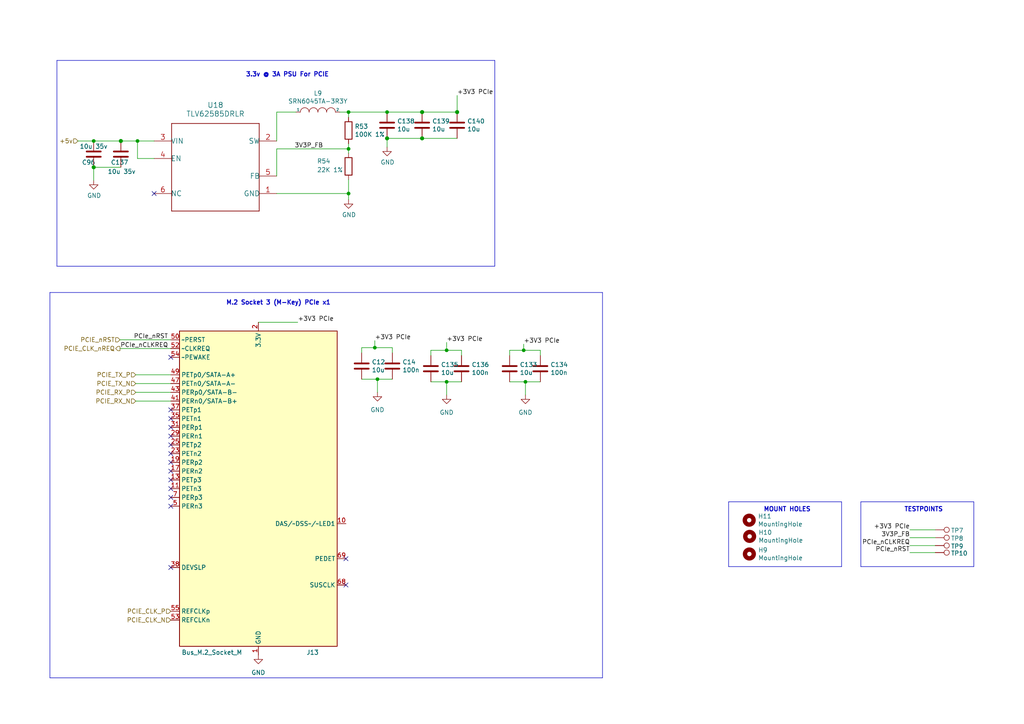
<source format=kicad_sch>
(kicad_sch (version 20230121) (generator eeschema)
  (paper "A4")
  (title_block (title "srvant-board MK1") (date "2021-07-14") (rev "rev-0.1dev"))
  (lib_symbols
    (symbol "Connector:Bus_M.2_Socket_M"
      (property "Reference" "J" (at -22.86 46.99 0))
      (property "Value" "Bus_M.2_Socket_M" (at 16.51 46.99 0))
      (symbol "Bus_M.2_Socket_M_0_1"
        (rectangle (start -22.86 45.72) (end 22.86 -45.72) (stroke (width 0.254)) (fill (type background)))
      )
      (symbol "Bus_M.2_Socket_M_1_1"
        (pin power_in line (at 0 -48.26 90) (length 2.54) (name "GND") (number "1"))
        (pin bidirectional line (at 25.4 -10.16 180) (length 2.54) (name "DAS/~DSS~/~LED1") (number "10"))
        (pin output line (at -25.4 0 0) (length 2.54) (name "PETn3") (number "11"))
        (pin passive line (at 0 48.26 270) (length 2.54) hide (name "3.3V") (number "12"))
        (pin output line (at -25.4 2.54 0) (length 2.54) (name "PETp3") (number "13"))
        (pin passive line (at 0 48.26 270) (length 2.54) hide (name "3.3V") (number "14"))
        (pin passive line (at 0 -48.26 90) (length 2.54) hide (name "GND") (number "15"))
        (pin passive line (at 0 48.26 270) (length 2.54) hide (name "3.3V") (number "16"))
        (pin input line (at -25.4 5.08 0) (length 2.54) (name "PERn2") (number "17"))
        (pin passive line (at 0 48.26 270) (length 2.54) hide (name "3.3V") (number "18"))
        (pin input line (at -25.4 7.62 0) (length 2.54) (name "PERp2") (number "19"))
        (pin power_in line (at 0 48.26 270) (length 2.54) (name "3.3V") (number "2"))
        (pin no_connect line (at 22.86 2.54 180) (length 2.54) hide (name "NC") (number "20"))
        (pin passive line (at 0 -48.26 90) (length 2.54) hide (name "GND") (number "21"))
        (pin no_connect line (at 22.86 5.08 180) (length 2.54) hide (name "NC") (number "22"))
        (pin output line (at -25.4 10.16 0) (length 2.54) (name "PETn2") (number "23"))
        (pin no_connect line (at 22.86 7.62 180) (length 2.54) hide (name "NC") (number "24"))
        (pin output line (at -25.4 12.7 0) (length 2.54) (name "PETp2") (number "25"))
        (pin no_connect line (at 22.86 10.16 180) (length 2.54) hide (name "NC") (number "26"))
        (pin passive line (at 0 -48.26 90) (length 2.54) hide (name "GND") (number "27"))
        (pin no_connect line (at 22.86 12.7 180) (length 2.54) hide (name "NC") (number "28"))
        (pin input line (at -25.4 15.24 0) (length 2.54) (name "PERn1") (number "29"))
        (pin passive line (at 0 -48.26 90) (length 2.54) hide (name "GND") (number "3"))
        (pin no_connect line (at 22.86 15.24 180) (length 2.54) hide (name "NC") (number "30"))
        (pin input line (at -25.4 17.78 0) (length 2.54) (name "PERp1") (number "31"))
        (pin no_connect line (at 22.86 17.78 180) (length 2.54) hide (name "NC") (number "32"))
        (pin passive line (at 0 -48.26 90) (length 2.54) hide (name "GND") (number "33"))
        (pin no_connect line (at 22.86 20.32 180) (length 2.54) hide (name "NC") (number "34"))
        (pin output line (at -25.4 20.32 0) (length 2.54) (name "PETn1") (number "35"))
        (pin no_connect line (at 22.86 22.86 180) (length 2.54) hide (name "NC") (number "36"))
        (pin output line (at -25.4 22.86 0) (length 2.54) (name "PETp1") (number "37"))
        (pin output line (at -25.4 -22.86 0) (length 2.54) (name "DEVSLP") (number "38"))
        (pin passive line (at 0 -48.26 90) (length 2.54) hide (name "GND") (number "39"))
        (pin passive line (at 0 48.26 270) (length 2.54) hide (name "3.3V") (number "4"))
        (pin no_connect line (at 22.86 25.4 180) (length 2.54) hide (name "NC") (number "40"))
        (pin input line (at -25.4 25.4 0) (length 2.54) (name "PERn0/SATA-B+") (number "41"))
        (pin no_connect line (at 22.86 27.94 180) (length 2.54) hide (name "NC") (number "42"))
        (pin input line (at -25.4 27.94 0) (length 2.54) (name "PERp0/SATA-B-") (number "43"))
        (pin no_connect line (at 22.86 30.48 180) (length 2.54) hide (name "NC") (number "44"))
        (pin passive line (at 0 -48.26 90) (length 2.54) hide (name "GND") (number "45"))
        (pin no_connect line (at 22.86 33.02 180) (length 2.54) hide (name "NC") (number "46"))
        (pin output line (at -25.4 30.48 0) (length 2.54) (name "PETn0/SATA-A-") (number "47"))
        (pin no_connect line (at 22.86 35.56 180) (length 2.54) hide (name "NC") (number "48"))
        (pin output line (at -25.4 33.02 0) (length 2.54) (name "PETp0/SATA-A+") (number "49"))
        (pin input line (at -25.4 -5.08 0) (length 2.54) (name "PERn3") (number "5"))
        (pin output line (at -25.4 43.18 0) (length 2.54) (name "~PERST") (number "50"))
        (pin passive line (at 0 -48.26 90) (length 2.54) hide (name "GND") (number "51"))
        (pin bidirectional line (at -25.4 40.64 0) (length 2.54) (name "~CLKREQ") (number "52"))
        (pin output line (at -25.4 -38.1 0) (length 2.54) (name "REFCLKn") (number "53"))
        (pin bidirectional line (at -25.4 38.1 0) (length 2.54) (name "~PEWAKE") (number "54"))
        (pin output line (at -25.4 -35.56 0) (length 2.54) (name "REFCLKp") (number "55"))
        (pin no_connect line (at 22.86 38.1 180) (length 2.54) hide (name "NC") (number "56"))
        (pin passive line (at 0 -48.26 90) (length 2.54) hide (name "GND") (number "57"))
        (pin no_connect line (at 22.86 40.64 180) (length 2.54) hide (name "NC") (number "58"))
        (pin no_connect line (at 22.86 -2.54 180) (length 2.54) hide (name "NC") (number "6"))
        (pin no_connect line (at 22.86 -5.08 180) (length 2.54) hide (name "NC") (number "67"))
        (pin output line (at 25.4 -27.94 180) (length 2.54) (name "SUSCLK") (number "68"))
        (pin passive line (at 25.4 -20.32 180) (length 2.54) (name "PEDET") (number "69"))
        (pin input line (at -25.4 -2.54 0) (length 2.54) (name "PERp3") (number "7"))
        (pin passive line (at 0 48.26 270) (length 2.54) hide (name "3.3V") (number "70"))
        (pin passive line (at 0 -48.26 90) (length 2.54) hide (name "GND") (number "71"))
        (pin passive line (at 0 48.26 270) (length 2.54) hide (name "3.3V") (number "72"))
        (pin passive line (at 0 -48.26 90) (length 2.54) hide (name "GND") (number "73"))
        (pin passive line (at 0 48.26 270) (length 2.54) hide (name "3.3V") (number "74"))
        (pin passive line (at 0 -48.26 90) (length 2.54) hide (name "GND") (number "75"))
        (pin no_connect line (at 22.86 0 180) (length 2.54) hide (name "NC") (number "8"))
        (pin passive line (at 0 -48.26 90) (length 2.54) hide (name "GND") (number "9"))
      )
    )
    (symbol "Connector:TestPoint" (pin_numbers hide) (pin_names (offset 0.762) hide)
      (property "Reference" "TP" (at 0 6.858 0))
      (property "Value" "TestPoint" (at 0 5.08 0))
      (symbol "TestPoint_0_1"
        (circle (center 0 3.302) (radius 0.762))
      )
      (symbol "TestPoint_1_1"
        (pin passive line (at 0 0 90) (length 2.54) (name "1") (number "1"))
      )
    )
    (symbol "Device:C" (pin_numbers hide) (pin_names (offset 0.254))
      (property "Reference" "C" (at 0.635 2.54 0))
      (property "Value" "C" (at 0.635 -2.54 0))
      (symbol "C_0_1"
        (polyline (pts (xy -2.032 -0.762) (xy 2.032 -0.762)) (stroke (width 0.508)))
        (polyline (pts (xy -2.032 0.762) (xy 2.032 0.762)) (stroke (width 0.508)))
      )
      (symbol "C_1_1"
        (pin passive line (at 0 3.81 270) (length 2.794) (name "~") (number "1"))
        (pin passive line (at 0 -3.81 90) (length 2.794) (name "~") (number "2"))
      )
    )
    (symbol "Device:R" (pin_numbers hide) (pin_names (offset 0))
      (property "Reference" "R" (at 2.032 0 90))
      (property "Value" "R" (at 0 0 90))
      (symbol "R_0_1"
        (rectangle (start -1.016 -2.54) (end 1.016 2.54) (stroke (width 0.254)))
      )
      (symbol "R_1_1"
        (pin passive line (at 0 3.81 270) (length 1.27) (name "~") (number "1"))
        (pin passive line (at 0 -3.81 90) (length 1.27) (name "~") (number "2"))
      )
    )
    (symbol "Mechanical:MountingHole"
      (property "Reference" "H" (at 0 5.08 0))
      (property "Value" "MountingHole" (at 0 3.175 0))
      (symbol "MountingHole_0_1"
        (circle (center 0 0) (radius 1.27) (stroke (width 1.27)))
      )
    )
    (symbol "TLV62585DRLR:TLV62585DRLR" (pin_names (offset -0.254))
      (property "Reference" "U" (at 0 2.54 0))
      (property "Value" "TLV62585DRLR" (at 0 0 0))
      (symbol "TLV62585DRLR_1_1"
        (polyline (pts (xy -12.7 -12.7) (xy 12.7 -12.7)) (stroke (width 0.2032)))
        (polyline (pts (xy -12.7 12.7) (xy -12.7 -12.7)) (stroke (width 0.2032)))
        (polyline (pts (xy 12.7 -12.7) (xy 12.7 12.7)) (stroke (width 0.2032)))
        (polyline (pts (xy 12.7 12.7) (xy -12.7 12.7)) (stroke (width 0.2032)))
        (pin power_in line (at 17.78 -7.62 180) (length 5.08) (name "GND") (number "1"))
        (pin power_in line (at 17.78 7.62 180) (length 5.08) (name "SW") (number "2"))
        (pin power_in line (at -17.78 7.62 0) (length 5.08) (name "VIN") (number "3"))
        (pin input line (at -17.78 2.54 0) (length 5.08) (name "EN") (number "4"))
        (pin input line (at 17.78 -2.54 180) (length 5.08) (name "FB") (number "5"))
        (pin unspecified line (at -17.78 -7.62 0) (length 5.08) (name "NC") (number "6"))
      )
    )
    (symbol "power:GND" (power) (pin_names (offset 0))
      (property "Value" "GND" (at 0 -3.81 0))
      (symbol "GND_0_1"
        (polyline (pts (xy 0 0) (xy 0 -1.27) (xy 1.27 -1.27) (xy 0 -2.54) (xy -1.27 -1.27) (xy 0 -1.27)))
      )
      (symbol "GND_1_1"
        (pin power_in line (at 0 0 270) (length 0) hide (name "GND") (number "1"))
      )
    )
    (symbol "pspice:INDUCTOR" (pin_numbers hide) (pin_names (offset 0))
      (property "Reference" "L" (at 0 2.54 0))
      (property "Value" "INDUCTOR" (at 0 -1.27 0))
      (symbol "INDUCTOR_0_1"
        (arc (start -2.54 0) (mid -3.81 1.2645) (end -5.08 0))
        (arc (start 0 0) (mid -1.27 1.2645) (end -2.54 0))
        (arc (start 2.54 0) (mid 1.27 1.2645) (end 0 0))
        (arc (start 5.08 0) (mid 3.81 1.2645) (end 2.54 0))
      )
      (symbol "INDUCTOR_1_1"
        (pin input line (at -6.35 0 0) (length 1.27) (name "1") (number "1"))
        (pin input line (at 6.35 0 180) (length 1.27) (name "2") (number "2"))
      )
    )
  )
  (junction (at 101.092 32.512) (diameter 0.9144))
  (junction (at 151.892 101.6) (diameter 0.9144))
  (junction (at 39.878 40.894) (diameter 0.9144))
  (junction (at 122.428 32.512) (diameter 1.016))
  (junction (at 35.052 40.894) (diameter 1.016))
  (junction (at 101.092 56.134) (diameter 0.9144))
  (junction (at 112.268 32.512) (diameter 0.9144))
  (junction (at 132.588 32.512) (diameter 1.016))
  (junction (at 129.54 101.6) (diameter 0.9144))
  (junction (at 27.178 40.894) (diameter 0.9144))
  (junction (at 101.092 43.18) (diameter 0.9144))
  (junction (at 122.428 40.132) (diameter 1.016))
  (junction (at 109.474 109.982) (diameter 0.9144))
  (junction (at 129.54 110.744) (diameter 0.9144))
  (junction (at 152.4 110.744) (diameter 0.9144))
  (junction (at 112.268 40.132) (diameter 1.016))
  (junction (at 108.712 100.838) (diameter 0.9144))
  (junction (at 27.178 48.514) (diameter 1.016))
  (no_connect (at 44.704 56.134))
  (no_connect (at 49.53 118.872))
  (no_connect (at 49.53 121.412))
  (no_connect (at 49.53 123.952))
  (no_connect (at 49.53 126.492))
  (no_connect (at 49.53 129.032))
  (no_connect (at 49.53 103.632))
  (no_connect (at 49.53 131.572))
  (no_connect (at 49.53 134.112))
  (no_connect (at 49.53 136.652))
  (no_connect (at 49.53 139.192))
  (no_connect (at 49.53 141.732))
  (no_connect (at 49.53 144.272))
  (no_connect (at 49.53 146.812))
  (no_connect (at 49.53 164.592))
  (no_connect (at 100.33 162.052))
  (no_connect (at 100.33 169.672))
  (wire (pts (xy 132.588 40.132) (xy 122.428 40.132)))
  (wire (pts (xy 108.712 98.806) (xy 108.712 100.838)))
  (wire (pts (xy 263.906 153.67) (xy 271.272 153.67)))
  (wire (pts (xy 147.828 110.744) (xy 152.4 110.744)))
  (polyline (pts (xy 244.094 145.542) (xy 244.094 164.338)) (stroke (width 0.1524) (type solid)))
  (wire (pts (xy 101.092 52.07) (xy 101.092 56.134)))
  (wire (pts (xy 156.718 101.6) (xy 156.718 103.124)))
  (wire (pts (xy 147.828 103.124) (xy 147.828 101.6)))
  (polyline (pts (xy 16.51 17.526) (xy 143.51 17.526)) (stroke (width 0) (type solid)))
  (wire (pts (xy 101.092 56.134) (xy 101.092 57.912)))
  (wire (pts (xy 133.858 101.6) (xy 133.858 103.124)))
  (wire (pts (xy 124.968 101.6) (xy 129.54 101.6)))
  (wire (pts (xy 129.54 101.6) (xy 133.858 101.6)))
  (wire (pts (xy 39.878 45.974) (xy 39.878 40.894)))
  (wire (pts (xy 44.704 45.974) (xy 39.878 45.974)))
  (wire (pts (xy 39.37 111.252) (xy 49.53 111.252)))
  (wire (pts (xy 98.552 32.512) (xy 101.092 32.512)))
  (wire (pts (xy 101.092 32.512) (xy 101.092 34.036)))
  (wire (pts (xy 80.264 56.134) (xy 101.092 56.134)))
  (wire (pts (xy 263.906 155.956) (xy 271.272 155.956)))
  (wire (pts (xy 129.54 99.314) (xy 129.54 101.6)))
  (wire (pts (xy 39.37 113.792) (xy 49.53 113.792)))
  (wire (pts (xy 27.178 48.514) (xy 35.052 48.514)))
  (wire (pts (xy 104.902 100.838) (xy 108.712 100.838)))
  (wire (pts (xy 104.902 102.362) (xy 104.902 100.838)))
  (wire (pts (xy 108.712 100.838) (xy 113.792 100.838)))
  (wire (pts (xy 80.264 43.18) (xy 101.092 43.18)))
  (wire (pts (xy 80.264 51.054) (xy 80.264 43.18)))
  (wire (pts (xy 129.54 110.744) (xy 133.858 110.744)))
  (polyline (pts (xy 14.478 84.836) (xy 14.478 196.596)) (stroke (width 0.1524) (type solid)))
  (polyline (pts (xy 14.478 84.836) (xy 174.752 84.836)) (stroke (width 0.1524) (type solid)))
  (polyline (pts (xy 14.478 196.596) (xy 174.752 196.596)) (stroke (width 0.1524) (type solid)))
  (polyline (pts (xy 174.752 196.596) (xy 174.752 84.836)) (stroke (width 0.1524) (type solid)))
  (polyline (pts (xy 282.448 145.542) (xy 249.682 145.542)) (stroke (width 0) (type solid)))
  (polyline (pts (xy 143.51 17.526) (xy 143.51 77.216)) (stroke (width 0) (type solid)))
  (wire (pts (xy 112.268 32.512) (xy 122.428 32.512)))
  (polyline (pts (xy 16.51 17.526) (xy 16.51 77.216)) (stroke (width 0) (type solid)))
  (wire (pts (xy 39.37 108.712) (xy 49.53 108.712)))
  (wire (pts (xy 101.092 32.512) (xy 112.268 32.512)))
  (wire (pts (xy 122.428 32.512) (xy 132.588 32.512)))
  (wire (pts (xy 101.092 41.656) (xy 101.092 43.18)))
  (wire (pts (xy 101.092 43.18) (xy 101.092 44.45)))
  (wire (pts (xy 124.968 110.744) (xy 129.54 110.744)))
  (polyline (pts (xy 244.094 164.338) (xy 211.328 164.338)) (stroke (width 0.1524) (type solid)))
  (polyline (pts (xy 143.51 77.216) (xy 16.51 77.216)) (stroke (width 0) (type solid)))
  (wire (pts (xy 124.968 103.124) (xy 124.968 101.6)))
  (wire (pts (xy 152.4 110.744) (xy 156.718 110.744)))
  (polyline (pts (xy 249.682 164.338) (xy 249.682 145.542)) (stroke (width 0.1524) (type solid)))
  (polyline (pts (xy 282.448 145.542) (xy 282.448 164.338)) (stroke (width 0.1524) (type solid)))
  (polyline (pts (xy 282.448 164.338) (xy 249.682 164.338)) (stroke (width 0.1524) (type solid)))
  (wire (pts (xy 147.828 101.6) (xy 151.892 101.6)))
  (wire (pts (xy 151.892 101.6) (xy 156.718 101.6)))
  (wire (pts (xy 80.264 32.512) (xy 85.852 32.512)))
  (wire (pts (xy 80.264 40.894) (xy 80.264 32.512)))
  (wire (pts (xy 122.428 40.132) (xy 112.268 40.132)))
  (polyline (pts (xy 211.328 164.338) (xy 211.328 145.542)) (stroke (width 0.1524) (type solid)))
  (wire (pts (xy 27.178 48.514) (xy 27.178 52.324)))
  (wire (pts (xy 113.792 100.838) (xy 113.792 102.362)))
  (wire (pts (xy 27.178 40.894) (xy 35.052 40.894)))
  (wire (pts (xy 112.268 40.132) (xy 112.268 42.672)))
  (wire (pts (xy 152.4 110.744) (xy 152.4 114.554)))
  (wire (pts (xy 22.606 40.894) (xy 27.178 40.894)))
  (wire (pts (xy 34.798 98.552) (xy 49.53 98.552)))
  (wire (pts (xy 34.798 101.092) (xy 49.53 101.092)))
  (wire (pts (xy 132.588 32.512) (xy 132.588 27.686)))
  (wire (pts (xy 104.902 109.982) (xy 109.474 109.982)))
  (wire (pts (xy 109.474 109.982) (xy 109.474 113.792)))
  (wire (pts (xy 151.892 99.822) (xy 151.892 101.6)))
  (wire (pts (xy 74.93 93.472) (xy 86.36 93.472)))
  (wire (pts (xy 109.474 109.982) (xy 113.792 109.982)))
  (wire (pts (xy 39.37 116.332) (xy 49.53 116.332)))
  (wire (pts (xy 263.906 158.242) (xy 271.272 158.242)))
  (polyline (pts (xy 244.094 145.542) (xy 211.328 145.542)) (stroke (width 0) (type solid)))
  (wire (pts (xy 263.906 160.274) (xy 271.272 160.274)))
  (wire (pts (xy 129.54 110.744) (xy 129.54 114.554)))
  (wire (pts (xy 35.052 40.894) (xy 39.878 40.894)))
  (wire (pts (xy 39.878 40.894) (xy 44.704 40.894)))
  (text "TESTPOINTS" (at 273.558 148.59 0) (effects (font (size 1.27 1.27) (thickness 0.254) bold) (justify right bottom)))
  (text "M.2 Socket 3 (M-Key) PCIe x1" (at 65.532 88.646 0) (effects (font (size 1.27 1.27) (thickness 0.254) bold) (justify left bottom)))
  (text "MOUNT HOLES" (at 235.204 148.59 0) (effects (font (size 1.27 1.27) (thickness 0.254) bold) (justify right bottom)))
  (text "3.3v @ 3A PSU For PCIE\n\n" (at 71.247 24.511 0) (effects (font (size 1.27 1.27) (thickness 0.254) bold) (justify left bottom)))
  (label "+3V3 PCIe" (at 132.588 27.686 0))
  (label "3V3P_FB" (at 93.726 43.18 180))
  (label "PCIe_nCLKREQ" (at 263.906 158.242 180))
  (label "PCIe_nCLKREQ" (at 48.768 101.092 180))
  (label "+3V3 PCIe" (at 129.54 99.314 0))
  (label "3V3P_FB" (at 263.906 155.956 180))
  (label "+3V3 PCIe" (at 151.892 99.822 0))
  (label "+3V3 PCIe" (at 108.712 98.806 0))
  (label "+3V3 PCIe" (at 86.36 93.472 0))
  (label "+3V3 PCIe" (at 263.906 153.67 180))
  (label "PCIe_nRST" (at 48.768 98.552 180))
  (label "PCIe_nRST" (at 263.906 160.274 180))
  (hierarchical_label "PCIE_nRST" (shape input) (at 34.798 98.552 180))
  (hierarchical_label "PCIE_CLK_P" (shape input) (at 49.53 177.292 180))
  (hierarchical_label "PCIE_RX_N" (shape input) (at 39.37 116.332 180))
  (hierarchical_label "PCIE_CLK_N" (shape input) (at 49.53 179.832 180))
  (hierarchical_label "PCIE_TX_N" (shape input) (at 39.37 111.252 180))
  (hierarchical_label "PCIE_CLK_nREQ" (shape output) (at 34.798 101.092 180))
  (hierarchical_label "+5v" (shape input) (at 22.606 40.894 180))
  (hierarchical_label "PCIE_RX_P" (shape input) (at 39.37 113.792 180))
  (hierarchical_label "PCIE_TX_P" (shape input) (at 39.37 108.712 180))
  (symbol (lib_id "power:GND") (at 152.4 114.554 0) (unit 1)
    (property "Reference" "#PWR0215" (effects hide))
    (property "Value" "GND" (at 152.4 119.634 0))
  )
  (symbol (lib_id "power:GND") (at 129.54 114.554 0) (unit 1)
    (property "Reference" "#PWR0216" (effects hide))
    (property "Value" "GND" (at 129.54 119.634 0))
  )
  (symbol (lib_id "Device:C") (at 132.588 36.322 0) (unit 1)
    (property "Reference" "C140" (at 135.509 35.1536 0) (effects (justify left)))
    (property "Value" "10u" (at 135.509 37.465 0) (effects (justify left)))
    (property "Footprint" "Capacitor_SMD:C_0805_2012Metric" (effects hide))
    (property "Datasheet" "https://search.murata.co.jp/Ceramy/image/img/A01X/G101/ENG/GRM21BR71A106KA73-01.pdf" (effects hide))
    (property "Field5" "490-14381-1-ND" (effects hide))
    (property "Field4" "Digikey" (effects hide))
    (property "Field6" "GRM21BR71A106KA73L" (effects hide))
    (property "Field7" "Murata" (effects hide))
    (property "Part Description" "	10uF 10% 10V Ceramic Capacitor X7R 0805 (2012 Metric)" (effects hide))
    (property "Field8" "111893011" (effects hide))
  )
  (symbol (lib_id "Connector:TestPoint") (at 271.272 158.242 270) (unit 1)
    (property "Reference" "TP9" (at 275.7932 158.4452 90) (effects (justify left)))
    (property "Value" "TestPoint" (effects hide))
    (property "Footprint" "TestPoint:TestPoint_Pad_2.0x2.0mm" (effects hide))
    (property "Field4" "nf" (effects hide))
    (property "Field5" "nf" (effects hide))
    (property "Field6" "nf" (effects hide))
    (property "Field7" "nf" (effects hide))
  )
  (symbol (lib_id "Device:C") (at 112.268 36.322 0) (unit 1)
    (property "Reference" "C138" (at 115.189 35.1536 0) (effects (justify left)))
    (property "Value" "10u" (at 115.189 37.465 0) (effects (justify left)))
    (property "Footprint" "Capacitor_SMD:C_0805_2012Metric" (effects hide))
    (property "Datasheet" "https://search.murata.co.jp/Ceramy/image/img/A01X/G101/ENG/GRM21BR71A106KA73-01.pdf" (effects hide))
    (property "Field5" "490-14381-1-ND" (effects hide))
    (property "Field4" "Digikey" (effects hide))
    (property "Field6" "GRM21BR71A106KA73L" (effects hide))
    (property "Field7" "Murata" (effects hide))
    (property "Part Description" "	10uF 10% 10V Ceramic Capacitor X7R 0805 (2012 Metric)" (effects hide))
    (property "Field8" "111893011" (effects hide))
  )
  (symbol (lib_id "Device:R") (at 101.092 48.26 0) (unit 1)
    (property "Reference" "R54" (at 91.948 46.736 0) (effects (justify left)))
    (property "Value" "22K 1%" (at 91.948 49.276 0) (effects (justify left)))
    (property "Footprint" "Resistor_SMD:R_0402_1005Metric" (effects hide))
    (property "Datasheet" "https://fscdn.rohm.com/en/products/databook/datasheet/passive/resistor/chip_resistor/mcr-e.pdf" (effects hide))
    (property "Field4" "Farnell" (effects hide))
    (property "Field5" "9239430" (effects hide))
    (property "Field7" "KOA EUROPE GMBH" (effects hide))
    (property "Field6" "RK73G1ETQTP4702D  " (effects hide))
    (property "Part Description" "Resistor 22K M1005 1% 63mW" (effects hide))
    (property "Field8" "120892781" (effects hide))
  )
  (symbol (lib_id "pspice:INDUCTOR") (at 92.202 32.512 0) (unit 1)
    (property "Reference" "L9" (at 92.202 27.051 0))
    (property "Value" "SRN6045TA-3R3Y" (at 92.202 29.3624 0))
    (property "Footprint" "Inductor_SMD:L_Bourns_SRN6045TA" (effects hide))
    (property "Datasheet" "https://www.bourns.com/docs/Product-Datasheets/SRN6045TA.pdf" (effects hide))
    (property "Field4" "Farnell" (effects hide))
    (property "Field5" "2616889" (effects hide))
    (property "Field6" "SRN6045TA-3R3Y" (effects hide))
    (property "Field7" "Bourns" (effects hide))
    (property "Part Description" "3.3µH Semi-Shielded Wirewound Inductor 7.8A 21mOhm Nonstandard" (effects hide))
  )
  (symbol (lib_id "Mechanical:MountingHole") (at 217.297 150.876 0) (unit 1)
    (property "Reference" "H11" (at 219.837 149.733 0) (effects (justify left)))
    (property "Value" "MountingHole" (at 219.837 152.019 0) (effects (justify left)))
    (property "Footprint" "MountingHole:MountingHole_2.5mm_Pad_TopOnly" (effects hide))
    (property "Datasheet" "~{}" (effects hide))
    (property "Field4" "nf" (effects hide))
    (property "Field5" "nf" (effects hide))
    (property "Field6" "nf" (effects hide))
    (property "Field7" "nf" (effects hide))
    (property "Part Description" "M2.5 mounting hole" (effects hide))
  )
  (symbol (lib_id "power:GND") (at 112.268 42.672 0) (unit 1)
    (property "Reference" "#PWR0183" (effects hide))
    (property "Value" "GND" (at 112.395 47.0662 0))
  )
  (symbol (lib_id "Mechanical:MountingHole") (at 217.3478 160.6804 0) (unit 1)
    (property "Reference" "H9" (at 219.8878 159.5374 0) (effects (justify left)))
    (property "Value" "MountingHole" (at 219.8878 161.8234 0) (effects (justify left)))
    (property "Footprint" "MountingHole:MountingHole_2.5mm_Pad_TopOnly" (effects hide))
    (property "Datasheet" "~{}" (effects hide))
    (property "Field4" "nf" (effects hide))
    (property "Field5" "nf" (effects hide))
    (property "Field6" "nf" (effects hide))
    (property "Field7" "nf" (effects hide))
    (property "Part Description" "M2.5 mounting hole" (effects hide))
  )
  (symbol (lib_id "Device:C") (at 104.902 106.172 0) (unit 1)
    (property "Reference" "C12" (at 107.823 105.0036 0) (effects (justify left)))
    (property "Value" "10u" (at 107.823 107.315 0) (effects (justify left)))
    (property "Footprint" "Capacitor_SMD:C_0805_2012Metric" (effects hide))
    (property "Datasheet" "https://search.murata.co.jp/Ceramy/image/img/A01X/G101/ENG/GRM21BR71A106KA73-01.pdf" (effects hide))
    (property "Field5" "490-14381-1-ND" (effects hide))
    (property "Field4" "Digikey" (effects hide))
    (property "Field6" "GRM21BR71A106KA73L" (effects hide))
    (property "Field7" "Murata" (effects hide))
    (property "Part Description" "	10uF 10% 10V Ceramic Capacitor X7R 0805 (2012 Metric)" (effects hide))
    (property "Field8" "111893011" (effects hide))
  )
  (symbol (lib_id "power:GND") (at 101.092 57.912 0) (unit 1)
    (property "Reference" "#PWR0139" (effects hide))
    (property "Value" "GND" (at 101.219 62.3062 0))
  )
  (symbol (lib_id "Device:C") (at 156.718 106.934 0) (unit 1)
    (property "Reference" "C134" (at 159.639 105.7656 0) (effects (justify left)))
    (property "Value" "100n" (at 159.639 108.077 0) (effects (justify left)))
    (property "Footprint" "Capacitor_SMD:C_0805_2012Metric" (effects hide))
    (property "Datasheet" "https://search.murata.co.jp/Ceramy/image/img/A01X/G101/ENG/GRM155R71C104KA88-01.pdf" (effects hide))
    (property "Field4" "Farnell" (effects hide))
    (property "Field5" "2611911" (effects hide))
    (property "Field6" "RM EMK105 B7104KV-F" (effects hide))
    (property "Field7" "TAIYO YUDEN EUROPE GMBH" (effects hide))
    (property "Part Description" "	0.1uF 10% 16V Ceramic Capacitor X7R 0402 (1005 Metric)" (effects hide))
    (property "Field8" "110091611" (effects hide))
  )
  (symbol (lib_id "Device:C") (at 147.828 106.934 0) (unit 1)
    (property "Reference" "C133" (at 150.749 105.7656 0) (effects (justify left)))
    (property "Value" "10u" (at 150.749 108.077 0) (effects (justify left)))
    (property "Footprint" "Capacitor_SMD:C_0805_2012Metric" (effects hide))
    (property "Datasheet" "https://search.murata.co.jp/Ceramy/image/img/A01X/G101/ENG/GRM21BR71A106KA73-01.pdf" (effects hide))
    (property "Field5" "490-14381-1-ND" (effects hide))
    (property "Field4" "Digikey" (effects hide))
    (property "Field6" "GRM21BR71A106KA73L" (effects hide))
    (property "Field7" "Murata" (effects hide))
    (property "Part Description" "	10uF 10% 10V Ceramic Capacitor X7R 0805 (2012 Metric)" (effects hide))
    (property "Field8" "111893011" (effects hide))
  )
  (symbol (lib_id "Mechanical:MountingHole") (at 217.424 155.575 0) (unit 1)
    (property "Reference" "H10" (at 219.964 154.432 0) (effects (justify left)))
    (property "Value" "MountingHole" (at 219.964 156.718 0) (effects (justify left)))
    (property "Footprint" "MountingHole:MountingHole_2.5mm_Pad_TopOnly" (effects hide))
    (property "Datasheet" "~{}" (effects hide))
    (property "Field4" "nf" (effects hide))
    (property "Field5" "nf" (effects hide))
    (property "Field6" "nf" (effects hide))
    (property "Field7" "nf" (effects hide))
    (property "Part Description" "M2.5 mounting hole" (effects hide))
  )
  (symbol (lib_id "Device:C") (at 27.178 44.704 0) (unit 1)
    (property "Reference" "C96" (at 23.749 47.0916 0) (effects (justify left)))
    (property "Value" "10u 35v" (at 23.0886 42.4688 0) (effects (justify left)))
    (property "Footprint" "Capacitor_SMD:C_0805_2012Metric" (effects hide))
    (property "Datasheet" "https://www.murata.com/en-global/products/productdetail.aspx?partno=GRM21BC8YA106ME11%23" (effects hide))
    (property "Field5" "490-10505-1-ND" (effects hide))
    (property "Field4" "Digikey" (effects hide))
    (property "Field6" "GRM21BC8YA106KE11L " (effects hide))
    (property "Field7" "Murata" (effects hide))
    (property "Part Description" "	10uF 10% or 20% 35V Ceramic Capacitor X6S 0805 (2012 Metric)" (effects hide))
  )
  (symbol (lib_id "power:GND") (at 27.178 52.324 0) (unit 1)
    (property "Reference" "#PWR0132" (effects hide))
    (property "Value" "GND" (at 27.305 56.7182 0))
  )
  (symbol (lib_id "power:GND") (at 109.474 113.792 0) (unit 1)
    (property "Reference" "#PWR0217" (effects hide))
    (property "Value" "GND" (at 109.474 118.872 0))
  )
  (symbol (lib_id "Connector:Bus_M.2_Socket_M") (at 74.93 141.732 0) (unit 1)
    (property "Reference" "J13" (at 90.678 189.23 0))
    (property "Value" "Bus_M.2_Socket_M" (at 61.468 189.23 0))
    (property "Footprint" "srvant:1-2199230-5" (effects hide))
    (property "Datasheet" "file:///C:/Users/gamer/AppData/Local/Temp/0900766b8173e6cb.pdf" (effects hide))
    (property "RS" "https://uk.rs-online.com/web/p/edge-connectors/2175447/" (effects hide))
  )
  (symbol (lib_id "Connector:TestPoint") (at 271.272 155.956 270) (unit 1)
    (property "Reference" "TP8" (at 275.7932 156.1592 90) (effects (justify left)))
    (property "Value" "TestPoint" (effects hide))
    (property "Footprint" "TestPoint:TestPoint_Pad_2.0x2.0mm" (effects hide))
    (property "Field4" "nf" (effects hide))
    (property "Field5" "nf" (effects hide))
    (property "Field6" "nf" (effects hide))
    (property "Field7" "nf" (effects hide))
  )
  (symbol (lib_id "Device:C") (at 122.428 36.322 0) (unit 1)
    (property "Reference" "C139" (at 125.349 35.1536 0) (effects (justify left)))
    (property "Value" "10u" (at 125.349 37.465 0) (effects (justify left)))
    (property "Footprint" "Capacitor_SMD:C_0805_2012Metric" (effects hide))
    (property "Datasheet" "https://search.murata.co.jp/Ceramy/image/img/A01X/G101/ENG/GRM21BR71A106KA73-01.pdf" (effects hide))
    (property "Field5" "490-14381-1-ND" (effects hide))
    (property "Field4" "Digikey" (effects hide))
    (property "Field6" "GRM21BR71A106KA73L" (effects hide))
    (property "Field7" "Murata" (effects hide))
    (property "Part Description" "	10uF 10% 10V Ceramic Capacitor X7R 0805 (2012 Metric)" (effects hide))
    (property "Field8" "111893011" (effects hide))
  )
  (symbol (lib_id "Device:R") (at 101.092 37.846 0) (unit 1)
    (property "Reference" "R53" (at 102.87 36.6776 0) (effects (justify left)))
    (property "Value" "100K 1%" (at 102.87 38.989 0) (effects (justify left)))
    (property "Footprint" "Resistor_SMD:R_0402_1005Metric" (effects hide))
    (property "Datasheet" "https://fscdn.rohm.com/en/products/databook/datasheet/passive/resistor/chip_resistor/mcr-e.pdf" (effects hide))
    (property "Field4" "Farnell" (effects hide))
    (property "Field5" "9239375" (effects hide))
    (property "Field6" "MCR01MZPF1502" (effects hide))
    (property "Field7" "Rohm" (effects hide))
    (property "Part Description" "Resistor 100K M1005 1% 63mW" (effects hide))
    (property "Field8" "120891581" (effects hide))
  )
  (symbol (lib_id "Device:C") (at 124.968 106.934 0) (unit 1)
    (property "Reference" "C135" (at 127.889 105.7656 0) (effects (justify left)))
    (property "Value" "10u" (at 127.889 108.077 0) (effects (justify left)))
    (property "Footprint" "Capacitor_SMD:C_0805_2012Metric" (effects hide))
    (property "Datasheet" "https://search.murata.co.jp/Ceramy/image/img/A01X/G101/ENG/GRM21BR71A106KA73-01.pdf" (effects hide))
    (property "Field5" "490-14381-1-ND" (effects hide))
    (property "Field4" "Digikey" (effects hide))
    (property "Field6" "GRM21BR71A106KA73L" (effects hide))
    (property "Field7" "Murata" (effects hide))
    (property "Part Description" "	10uF 10% 10V Ceramic Capacitor X7R 0805 (2012 Metric)" (effects hide))
    (property "Field8" "111893011" (effects hide))
  )
  (symbol (lib_id "Device:C") (at 113.792 106.172 0) (unit 1)
    (property "Reference" "C14" (at 116.713 105.0036 0) (effects (justify left)))
    (property "Value" "100n" (at 116.713 107.315 0) (effects (justify left)))
    (property "Footprint" "Capacitor_SMD:C_0805_2012Metric" (effects hide))
    (property "Datasheet" "https://search.murata.co.jp/Ceramy/image/img/A01X/G101/ENG/GRM155R71C104KA88-01.pdf" (effects hide))
    (property "Field4" "Farnell" (effects hide))
    (property "Field5" "2611911" (effects hide))
    (property "Field6" "RM EMK105 B7104KV-F" (effects hide))
    (property "Field7" "TAIYO YUDEN EUROPE GMBH" (effects hide))
    (property "Part Description" "	0.1uF 10% 16V Ceramic Capacitor X7R 0402 (1005 Metric)" (effects hide))
    (property "Field8" "110091611" (effects hide))
  )
  (symbol (lib_id "power:GND") (at 74.93 189.992 0) (unit 1)
    (property "Reference" "#PWR0193" (effects hide))
    (property "Value" "GND" (at 74.93 195.072 0))
  )
  (symbol (lib_id "Connector:TestPoint") (at 271.272 160.274 270) (unit 1)
    (property "Reference" "TP10" (at 275.7932 160.4772 90) (effects (justify left)))
    (property "Value" "TestPoint" (effects hide))
    (property "Footprint" "TestPoint:TestPoint_Pad_2.0x2.0mm" (effects hide))
    (property "Field4" "nf" (effects hide))
    (property "Field5" "nf" (effects hide))
    (property "Field6" "nf" (effects hide))
    (property "Field7" "nf" (effects hide))
  )
  (symbol (lib_id "TLV62585DRLR:TLV62585DRLR") (at 62.484 48.514 0) (unit 1)
    (property "Reference" "U18" (at 62.484 30.48 0) (effects (font (size 1.524 1.524))))
    (property "Value" "TLV62585DRLR" (at 62.484 33.02 0) (effects (font (size 1.524 1.524))))
    (property "Footprint" "srvant:TLV62585DRLR" (effects hide))
  )
  (symbol (lib_id "Connector:TestPoint") (at 271.272 153.67 270) (unit 1)
    (property "Reference" "TP7" (at 275.7932 153.8732 90) (effects (justify left)))
    (property "Value" "TestPoint" (effects hide))
    (property "Footprint" "TestPoint:TestPoint_Pad_1.5x1.5mm" (effects hide))
    (property "Field4" "nf" (effects hide))
    (property "Field5" "nf" (effects hide))
    (property "Field6" "nf" (effects hide))
    (property "Field7" "nf" (effects hide))
  )
  (symbol (lib_id "Device:C") (at 133.858 106.934 0) (unit 1)
    (property "Reference" "C136" (at 136.779 105.7656 0) (effects (justify left)))
    (property "Value" "100n" (at 136.779 108.077 0) (effects (justify left)))
    (property "Footprint" "Capacitor_SMD:C_0805_2012Metric" (effects hide))
    (property "Datasheet" "https://search.murata.co.jp/Ceramy/image/img/A01X/G101/ENG/GRM155R71C104KA88-01.pdf" (effects hide))
    (property "Field4" "Farnell" (effects hide))
    (property "Field5" "2611911" (effects hide))
    (property "Field6" "RM EMK105 B7104KV-F" (effects hide))
    (property "Field7" "TAIYO YUDEN EUROPE GMBH" (effects hide))
    (property "Part Description" "	0.1uF 10% 16V Ceramic Capacitor X7R 0402 (1005 Metric)" (effects hide))
    (property "Field8" "110091611" (effects hide))
  )
  (symbol (lib_id "Device:C") (at 35.052 44.704 0) (unit 1)
    (property "Reference" "C137" (at 32.131 47.0916 0) (effects (justify left)))
    (property "Value" "10u 35v" (at 31.2166 49.7586 0) (effects (justify left)))
    (property "Footprint" "Capacitor_SMD:C_0805_2012Metric" (effects hide))
    (property "Datasheet" "https://www.murata.com/en-global/products/productdetail.aspx?partno=GRM21BC8YA106ME11%23" (effects hide))
    (property "Field5" "490-10505-1-ND" (effects hide))
    (property "Field4" "Digikey" (effects hide))
    (property "Field6" "GRM21BC8YA106KE11L " (effects hide))
    (property "Field7" "Murata" (effects hide))
    (property "Part Description" "	10uF 10% or 20% 35V Ceramic Capacitor X6S 0805 (2012 Metric)" (effects hide))
  )
)
</source>
